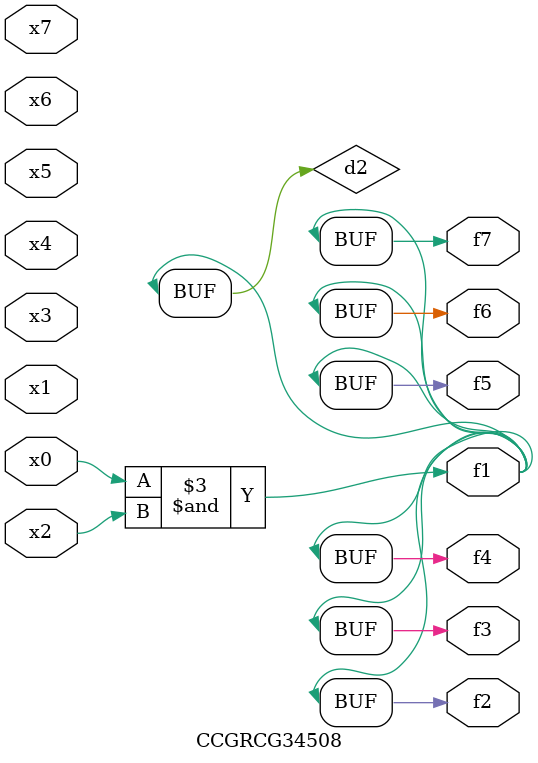
<source format=v>
module CCGRCG34508(
	input x0, x1, x2, x3, x4, x5, x6, x7,
	output f1, f2, f3, f4, f5, f6, f7
);

	wire d1, d2;

	nor (d1, x3, x6);
	and (d2, x0, x2);
	assign f1 = d2;
	assign f2 = d2;
	assign f3 = d2;
	assign f4 = d2;
	assign f5 = d2;
	assign f6 = d2;
	assign f7 = d2;
endmodule

</source>
